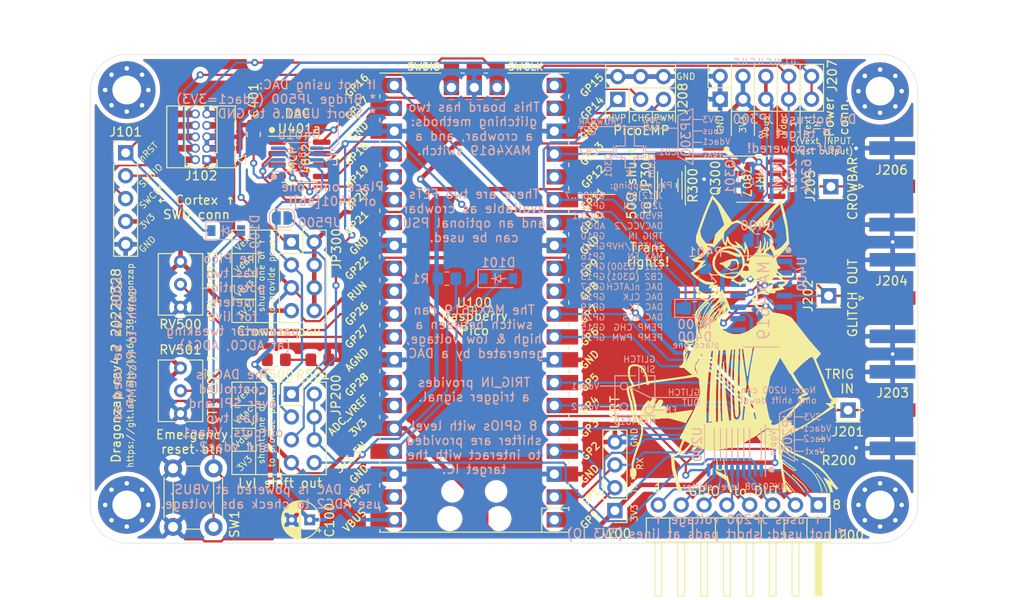
<source format=kicad_pcb>
(kicad_pcb (version 20211014) (generator pcbnew)

  (general
    (thickness 1.6)
  )

  (paper "A4")
  (title_block
    (rev "4")
  )

  (layers
    (0 "F.Cu" signal)
    (31 "B.Cu" signal)
    (32 "B.Adhes" user "B.Adhesive")
    (33 "F.Adhes" user "F.Adhesive")
    (34 "B.Paste" user)
    (35 "F.Paste" user)
    (36 "B.SilkS" user "B.Silkscreen")
    (37 "F.SilkS" user "F.Silkscreen")
    (38 "B.Mask" user)
    (39 "F.Mask" user)
    (40 "Dwgs.User" user "User.Drawings")
    (41 "Cmts.User" user "User.Comments")
    (42 "Eco1.User" user "User.Eco1")
    (43 "Eco2.User" user "User.Eco2")
    (44 "Edge.Cuts" user)
    (45 "Margin" user)
    (46 "B.CrtYd" user "B.Courtyard")
    (47 "F.CrtYd" user "F.Courtyard")
    (48 "B.Fab" user)
    (49 "F.Fab" user)
  )

  (setup
    (stackup
      (layer "F.SilkS" (type "Top Silk Screen"))
      (layer "F.Paste" (type "Top Solder Paste"))
      (layer "F.Mask" (type "Top Solder Mask") (thickness 0.01))
      (layer "F.Cu" (type "copper") (thickness 0.035))
      (layer "dielectric 1" (type "core") (thickness 1.51) (material "FR4") (epsilon_r 4.5) (loss_tangent 0.02))
      (layer "B.Cu" (type "copper") (thickness 0.035))
      (layer "B.Mask" (type "Bottom Solder Mask") (thickness 0.01))
      (layer "B.Paste" (type "Bottom Solder Paste"))
      (layer "B.SilkS" (type "Bottom Silk Screen"))
      (copper_finish "None")
      (dielectric_constraints no)
    )
    (pad_to_mask_clearance 0)
    (pcbplotparams
      (layerselection 0x00010fc_ffffffff)
      (disableapertmacros false)
      (usegerberextensions false)
      (usegerberattributes true)
      (usegerberadvancedattributes true)
      (creategerberjobfile true)
      (svguseinch false)
      (svgprecision 6)
      (excludeedgelayer true)
      (plotframeref false)
      (viasonmask false)
      (mode 1)
      (useauxorigin false)
      (hpglpennumber 1)
      (hpglpenspeed 20)
      (hpglpendiameter 15.000000)
      (dxfpolygonmode true)
      (dxfimperialunits true)
      (dxfusepcbnewfont true)
      (psnegative false)
      (psa4output false)
      (plotreference true)
      (plotvalue true)
      (plotinvisibletext false)
      (sketchpadsonfab false)
      (subtractmaskfromsilk false)
      (outputformat 1)
      (mirror false)
      (drillshape 0)
      (scaleselection 1)
      (outputdirectory "gerbers-rev4/")
    )
  )

  (net 0 "")
  (net 1 "GND")
  (net 2 "+3V3")
  (net 3 "+3.3VADC")
  (net 4 "Net-(D100-Pad1)")
  (net 5 "GPIO0")
  (net 6 "GPIO1")
  (net 7 "/controller/SWDIO")
  (net 8 "/controller/SWCLK")
  (net 9 "unconnected-(J102-Pad8)")
  (net 10 "unconnected-(J102-Pad7)")
  (net 11 "unconnected-(J102-Pad6)")
  (net 12 "Net-(J200-Pad1)")
  (net 13 "Net-(J200-Pad2)")
  (net 14 "TRIG_IN")
  (net 15 "GLITCH_OUT")
  (net 16 "Net-(J200-Pad3)")
  (net 17 "ADC0")
  (net 18 "ADC1")
  (net 19 "Net-(J200-Pad4)")
  (net 20 "Net-(J200-Pad5)")
  (net 21 "Net-(J200-Pad6)")
  (net 22 "VCC_EXT")
  (net 23 "DAC_HI")
  (net 24 "CB1_G")
  (net 25 "CB2_G")
  (net 26 "GPIO_EN")
  (net 27 "DAC_nCS")
  (net 28 "unconnected-(U100-Pad27)")
  (net 29 "MAX_EN")
  (net 30 "GPIO2")
  (net 31 "GPIO3")
  (net 32 "GPIO4")
  (net 33 "GPIO5")
  (net 34 "GPIO6")
  (net 35 "GLITCH_SIG")
  (net 36 "GPIO7")
  (net 37 "GPIO8")
  (net 38 "GPIO9")
  (net 39 "unconnected-(U100-Pad30)")
  (net 40 "DAC_nL")
  (net 41 "DAC_CLK")
  (net 42 "DAC_TX")
  (net 43 "~{EMERG_SHDN}")
  (net 44 "unconnected-(U100-Pad39)")
  (net 45 "Net-(J200-Pad7)")
  (net 46 "DAC_LO")
  (net 47 "CROWBAR")
  (net 48 "/gpio/TAR_VCCIO")
  (net 49 "Net-(J200-Pad8)")
  (net 50 "ADC2")
  (net 51 "PICOEMP_PWM")
  (net 52 "PICOEMP_CHG")
  (net 53 "VBUS")
  (net 54 "CB_VCC")
  (net 55 "Net-(D101-Pad2)")
  (net 56 "/vccout/INHIBIT")

  (footprint "Resistor_SMD:R_0805_2012Metric_Pad1.20x1.40mm_HandSolder" (layer "F.Cu") (at 135.128 87.179 90))

  (footprint "Connector_Coaxial:SMA_Amphenol_132289_EdgeMount" (layer "F.Cu") (at 159.845 87.287))

  (footprint "MountingHole:MountingHole_3.2mm_M3_Pad_Via" (layer "F.Cu") (at 158.496 122.682))

  (footprint "Connector_PinHeader_2.54mm:PinHeader_2x04_P2.54mm_Vertical" (layer "F.Cu") (at 93.091 93.472))

  (footprint "Connector_PinHeader_2.54mm:PinHeader_2x05_P2.54mm_Vertical" (layer "F.Cu") (at 140.721 77.602 90))

  (footprint "Connector_PinHeader_2.54mm:PinHeader_1x01_P2.54mm_Vertical" (layer "F.Cu") (at 152.776 99.441))

  (footprint "Resistor_SMD:R_2010_5025Metric_Pad1.40x2.65mm_HandSolder" (layer "F.Cu") (at 135.128 87.179 90))

  (footprint "Connector_PinHeader_2.54mm:PinHeader_1x08_P2.54mm_Horizontal" (layer "F.Cu") (at 151.638 122.682 -90))

  (footprint "Connector_PinHeader_2.54mm:PinHeader_2x04_P2.54mm_Vertical" (layer "F.Cu") (at 93.091 110.363))

  (footprint "Potentiometer_THT:Potentiometer_Vishay_T73XW_Horizontal" (layer "F.Cu") (at 80.772 95.631))

  (footprint "Connector_PinHeader_2.54mm:PinHeader_1x01_P2.54mm_Vertical" (layer "F.Cu") (at 153.03 87.317))

  (footprint "Resistor_SMD:R_0805_2012Metric_Pad1.20x1.40mm_HandSolder" (layer "F.Cu") (at 152.035 116.078 180))

  (footprint "MCU_RaspberryPi_and_Boards:RPi_Pico_SMD_TH" (layer "F.Cu") (at 113.411 100.203 180))

  (footprint "Connector_PinHeader_1.27mm:PinHeader_2x05_P1.27mm_Vertical" (layer "F.Cu") (at 83.694 84.326 180))

  (footprint "lethalbit-connectors:FTSH-105-01-L-DV-K-TR" (layer "F.Cu") (at 83.059 81.786 90))

  (footprint "Resistor_SMD:R_0805_2012Metric_Pad1.20x1.40mm_HandSolder" (layer "F.Cu") (at 91.424 106.553))

  (footprint "Potentiometer_THT:Potentiometer_Vishay_T73XW_Horizontal" (layer "F.Cu") (at 80.772 107.457))

  (footprint "Resistor_SMD:R_2512_6332Metric_Pad1.40x3.35mm_HandSolder" (layer "F.Cu") (at 135.15 87.179 90))

  (footprint "Capacitor_SMD:C_0805_2012Metric_Pad1.18x1.45mm_HandSolder" (layer "F.Cu") (at 88.9 81.5125 -90))

  (footprint "Capacitor_THT:CP_Radial_D4.0mm_P2.00mm" (layer "F.Cu") (at 95.123 124.333 180))

  (footprint "Resistor_SMD:R_1206_3216Metric_Pad1.30x1.75mm_HandSolder" (layer "F.Cu") (at 135.128 87.179 90))

  (footprint "MountingHole:MountingHole_3.2mm_M3_Pad_Via" (layer "F.Cu") (at 158.496 76.708))

  (footprint "Connector_PinHeader_2.54mm:PinHeader_1x01_P2.54mm_Vertical" (layer "F.Cu") (at 154.94 112.141))

  (footprint "graphics:xenia" (layer "F.Cu")
    (tedit 61C154B6) (tstamp baf18278-d51c-443e-9972-c8c9ba5d7493)
    (at 143.4789 104.902)
    (attr through_hole)
    (fp_text reference "XENIA" (at 0 0.5) (layer "F.SilkS") hide
      (effects (font (size 1 1) (thickness 0.15)))
      (tstamp 2ab096f1-5e2e-4948-88f7-ee80da352ce9)
    )
    (fp_text value "xenia" (at 0 -0.5) (layer "F.Fab")
      (effects (font (size 1 1) (thickness 0.15)))
      (tstamp fc47ad18-c916-4f04-8460-6a5fb9138c7e)
    )
    (fp_line (start -0.087449 -8.809657) (end 0.146027 -8.894909) (layer "F.SilkS") (width 0.1) (tstamp 00486478-893b-425b-a5bc-a7e44ca55943))
    (fp_line (start 2.120427 -10.202538) (end 2.241183 -10.185531) (layer "F.SilkS") (width 0.1) (tstamp 0234d303-1347-4357-9ac8-112e8e6ab5f3))
    (fp_line (start 4.330047 -6.234346) (end 4.089216 -6.498479) (layer "F.SilkS") (width 0.1) (tstamp 02d5be24-1036-4d78-b8b7-1b443d15e7c8))
    (fp_line (start 3.24756 9.045381) (end 3.4801 8.89316) (layer "F.SilkS") (width 0.1) (tstamp 0453b7e4-e0e7-4cb5-8648-bec6a813bdeb))
    (fp_line (start 0.260403 -6.891084) (end -0.332851 -6.886832) (layer "F.SilkS") (width 0.1) (tstamp 069f3316-bcd2-4604-a333-7165193738be))
    (fp_line (start -3.758068 -6.759273) (end -3.963863 -6.339774) (layer "F.SilkS") (width 0.1) (tstamp 087708f1-e1e9-4263-81e5-92e875871b86))
    (fp_line (start -9.297786 4.012324) (end -10.724534 4.222797) (layer "F.SilkS") (width 0.1) (tstamp 088a5abf-5280-4acd-9be5-182deee4161f))
    (fp_line (start 0.359176 -6.835298) (end 0.320909 -6.836064) (layer "F.SilkS") (width 0.1) (tstamp 09ddd339-86e0-4167-9e67-6513769a8304))
    (fp_line (start -11.079063 8.253324) (end -11.346087 8.129166) (layer "F.SilkS") (width 0.1) (tstamp 0a1dbe60-6997-4f4e-b4aa-4ec0085281f7))
    (fp_line (start 0.636957 -7.835127) (end 0.567013 -8.025403) (layer "F.SilkS") (width 0.1) (tstamp 0a9d52bd-4852-44a8-82f7-f0b2e974bf90))
    (fp_line (start 0.978307 -7.395325) (end 1.596288 -7.079446) (layer "F.SilkS") (width 0.1) (tstamp 0b28e9dc-79a6-45c1-9c4d-325ada2cc88d))
    (fp_line (start -0.023841 -7.012478) (end 0.260403 -6.891084) (layer "F.SilkS") (width 0.1) (tstamp 0b379b3e-c12a-4629-a430-1567b828b4a9))
    (fp_line (start -4.650002 0.989642) (end -3.764935 0.613726) (layer "F.SilkS") (width 0.1) (tstamp 0f956713-c3d9-4b4c-8b52-a74d6d57ce5b))
    (fp_line (start -0.40371 -6.811827) (end 0.321759 -6.836064) (layer "F.SilkS") (width 0.1) (tstamp 10fd1d94-746f-466c-84a0-aa85c04b7684))
    (fp_line (start 3.479802 11.455544) (end 3.948093 11.551703) (layer "F.SilkS") (width 0.1) (tstamp 1164e296-14e5-4a5e-b2f3-44f1d36e7550))
    (fp_line (start 2.98583 -11.581707) (end 2.741129 -11.748809) (layer "F.SilkS") (width 0.1) (tstamp 12ec9af5-fae0-487c-9f32-ec0f72c4cf1f))
    (fp_line (start -4.381109 -11.064391) (end -4.310739 -11.182596) (layer "F.SilkS") (width 0.1) (tstamp 13666fea-91c0-4fec-bb70-a04cdbcf337e))
    (fp_line (start -0.404795 0.395004) (end -0.462196 0.395218) (layer "F.SilkS") (width 0.1) (tstamp 1399d9fd-892e-4c6d-94d4-e65f4b8d90fb))
    (fp_line (start -1.858607 -3.896465) (end -3.018353 -2.837788) (layer "F.SilkS") (width 0.1) (tstamp 14127424-0f91-4793-8a8a-36511132b3fd))
    (fp_line (start -3.250381 11.652943) (end -2.433578 11.510927) (layer "F.SilkS") (width 0.1) (tstamp 1485f998-b07f-4385-8f35-cac19f2827b9))
    (fp_line (start -8.886174 7.308196) (end -8.901056 7.197645) (layer "F.SilkS") (width 0.1) (tstamp 156d07b6-f60e-459b-b98a-29b8c699efdc))
    (fp_line (start -12.551074 13.779714) (end -12.706696 13.860076) (layer "F.SilkS") (width 0.1) (tstamp 16a71bba-04ef-4283-a06b-f6e9ba8ea3c4))
    (fp_line (start -5.127987 3.687899) (end -5.047837 3.724891) (layer "F.SilkS") (width 0.1) (tstamp 16ec19e3-7b49-453e-80e4-246815f99f56))
    (fp_line (start 0.998035 -5.007568) (end 1.417534 -4.961009) (layer "F.SilkS") (width 0.1) (tstamp 18457aad-4f9d-4c40-a5cc-fb25084ce7be))
    (fp_line (start -5.027428 3.476363) (end -5.115231 3.542269) (layer "F.SilkS") (width 0.1) (tstamp 185cec19-d583-42a6-bbf6-9e4403a7b0ce))
    (fp_line (start -6.740291 2.002993) (end -6.697559 1.323252) (layer "F.SilkS") (width 0.1) (tstamp 19b8a416-d457-47c0-a7b0-da25cad6c5a1))
    (fp_line (start -0.007897 -7.388394) (end -0.050628 -7.071368) (layer "F.SilkS") (width 0.1) (tstamp 1c4a967a-d9ff-4163-bb2a-95ccc3501bb3))
    (fp_line (start -0.670522 -6.851881) (end -0.53786 -6.616024) (layer "F.SilkS") (width 0.1) (tstamp 1c5c7e2f-94b3-4b5e-b4ad-c0a6563fc67e))
    (fp_line (start -10.908538 4.337111) (end -10.835617 4.409819) (layer "F.SilkS") (width 0.1) (tstamp 1e0ba953-460b-4ddb-ba5b-e01c556e61f7))
    (fp_line (start 4.90149 16.307955) (end 5.210438 16.322837) (layer "F.SilkS") (width 0.1) (tstamp 1f5d8d4c-52db-4d4d-99bb-fd209dbbc195))
    (fp_line (start -1.262672 0.453299) (end -1.363656 0.468181) (layer "F.SilkS") (width 0.1) (tstamp 1f69b1f6-9fed-42d7-9e08-09f288c476bc))
    (fp_line (start 2.998458 8.928026) (end 2.798403 8.735837) (layer "F.SilkS") (width 0.1) (tstamp 1fb3f6bd-66d7-4a74-a144-ae01112ff895))
    (fp_line (start -2.982169 0.583537) (end -2.699243 0.577159) (layer "F.SilkS") (width 0.1) (tstamp 20a0f469-5ae6-4e36-8ff6-79100ece3f30))
    (fp_line (start 0.566716 -8.025531) (end 0.636661 -7.835255) (layer "F.SilkS") (width 0.1) (tstamp 21a2e357-9ad7-4e55-9783-020864723576))
    (fp_line (start -2.922258 -2.660056) (end -1.647369 -3.924825) (layer "F.SilkS") (width 0.1) (tstamp 23781219-648c-45af-8566-464b78a6f9ff))
    (fp_line (start -0.590372 -6.842654) (end -0.464088 -6.840528) (layer "F.SilkS") (width 0.1) (tstamp 23b5355a-334f-4bc1-a3a3-bcd5e8aabe03))
    (fp_line (start -0.271007 -9.616787) (end -0.136007 -9.641874) (layer "F.SilkS") (width 0.1) (tstamp 23f55bc5-218f-4c81-bcc4-297aa64fa0b2))
    (fp_line (start 7.736937 1.655947) (end 7.847488 1.605774) (layer "F.SilkS") (width 0.1) (tstamp 252382df-08a7-4b0b-8609-1072db1e998e))
    (fp_line (start -1.871555 -11.918931) (end -1.940225 -12.001419) (layer "F.SilkS") (width 0.1) (tstamp 2566906f-dee1-4d49-aa89-42683ad37200))
    (fp_line (start -2.231462 -13.327246) (end -3.235395 -12.265232) (layer "F.SilkS") (width 0.1) (tstamp 25b94296-ce9e-441c-ba5a-3999d9179a7f))
    (fp_line (start 4.695249 -11.592294) (end 4.867028 -11.229431) (layer "F.SilkS") (width 0.1) (tstamp 2609c5fc-6f5a-49bd-a40b-c12eaada5a92))
    (fp_line (start 4.588609 8.485737) (end 4.879742 8.498492) (layer "F.SilkS") (width 0.1) (tstamp 275e3c89-0d83-4a85-9571-5807c3e775e6))
    (fp_line (start 1.219052 9.973394) (end 1.334493 9.873048) (layer "F.SilkS") (width 0.1) (tstamp 276b13d7-0a57-419c-8da2-e837b16f8ff4))
    (fp_line (start 0.832973 -5.261113) (end 0.774721 -5.194995) (layer "F.SilkS") (width 0.1) (tstamp 27f73be5-5b6d-4dcd-9c2b-08178b3c0f10))
    (fp_line (start 3.878467 -6.660457) (end 3.824042 -6.69915) (layer "F.SilkS") (width 0.1) (tstamp 284e6dc9-3ac5-4cda-bd41-857fb98d4679))
    (fp_line (start -4.421864 -8.927692) (end -5.015118 -8.576139) (layer "F.SilkS") (width 0.1) (tstamp 28797dd3-5c25-40ea-9029-91b4bdf67bc8))
    (fp_line (start -6.053407 10.967866) (end -5.922871 11.018039) (layer "F.SilkS") (width 0.1) (tstamp 28d5ed17-1bf9-4c62-b49a-5fe63f5fcad7))
    (fp_line (start -3.125587 -6.648084) (end -3.692013 -6.537745) (layer "F.SilkS") (width 0.1) (tstamp 292a37f1-a8d7-4049-8d9e-d154cb6269d5))
    (fp_line (start -3.963863 -6.339774) (end -3.148187 -6.432892) (layer "F.SilkS") (width 0.1) (tstamp 29d26dd1-1c9b-4097-8348-63ab0c86a559))
    (fp_line (start -0.136007 -9.641597) (end -0.271007 -9.616511) (layer "F.SilkS") (width 0.1) (tstamp 2b1d77fe-f78d-4ff8-b505-0f28f2dbc7c6))
    (fp_line (start -2.567432 -10.399893) (end -2.567432 -10.400064) (layer "F.SilkS") (width 0.1) (tstamp 2d8c2e79-0ca6-4cac-bd97-7ed59984e6ca))
    (fp_line (start -3.612693 8.448277) (end -3.623323 8.650245) (layer "F.SilkS") (width 0.1) (tstamp 2db2a178-64e5-43fc-91c6-f6bb623ee10e))
    (fp_line (start 0.831253 0.253265) (end 1.081438 0.212021) (layer "F.SilkS") (width 0.1) (tstamp 2e9befe8-1ba6-44c4-8c0c-2f6b67d813e8))
    (fp_line (start -2.265074 13.818492) (end -2.151546 14.500359) (layer "F.SilkS") (width 0.1) (tstamp 2f15d41d-727f-4089-af4d-eed812228f8d))
    (fp_line (start -3.465554 0.613726) (end -2.982169 0.583537) (layer "F.SilkS") (width 0.1) (tstamp 2f4fca68-ad3d-42af-a65a-2dfd84c64f23))
    (fp_line (start 3.824042 -6.69915) (end 3.76579 -6.598166) (layer "F.SilkS") (width 0.1) (tstamp 2f8fab55-05ca-4686-80f5-c3c168b9b405))
    (fp_line (start 3.802463 11.057008) (end 4.193772 10.248454) (layer "F.SilkS") (width 0.1) (tstamp 2fa1b765-b805-47fc-bf33-7549704c7989))
    (fp_line (start 4.525042 15.474081) (end 4.581806 15.914436) (layer "F.SilkS") (width 0.1) (tstamp 318e2232-f227-48be-bc7e-28bc039cbe1a))
    (fp_line (start 0.320909 -6.836064) (end 0.323034 -6.596465) (layer "F.SilkS") (width 0.1) (tstamp 31dcfa14-92b3-40c0-9b7e-3e11dc0058e1))
    (fp_line (start -1.479203 -7.201053) (end -1.470699 -7.127281) (layer "F.SilkS") (width 0.1) (tstamp 321f985d-c802-49a4-b839-d957d45e8880))
    (fp_line (start -2.768188 -9.031568) (end -2.728921 -9.000571) (layer "F.SilkS") (width 0.1) (tstamp 328d1402-4958-47d2-b0f1-71018e3fb92d))
    (fp_line (start -0.523191 -6.729339) (end -0.516813 -6.620064) (layer "F.SilkS") (width 0.1) (tstamp 32e61bfc-d546-4722-ac49-cbb99c79a789))
    (fp_line (start -4.310717 -11.182319) (end -4.381087 -11.064115) (layer "F.SilkS") (width 0.1) (tstamp 3333a437-094a-4126-981c-1a90640c11d7))
    (fp_line (start -0.53786 -6.616024) (end -0.522978 -6.728701) (layer "F.SilkS") (width 0.1) (tstamp 33ea8dc4-877d-4756-9eec-56ecc269d0d6))
    (fp_line (start -2.42565 8.523069) (end -2.710361 8.529447) (layer "F.SilkS") (width 0.1) (tstamp 351d5969-2e3a-436e-a584-701985869a16))
    (fp_line (start -3.548467 -11.102808) (end -3.680278 -11.20443) (layer "F.SilkS") (width 0.1) (tstamp 36bf2b67-6c66-4f57-9dcc-180452d3e2dc))
    (fp_line (start -10.667452 4.294378) (end -10.705294 4.290126) (layer "F.SilkS") (width 0.1) (tstamp 38dc9787-3773-4a65-9eac-77f34d6df8dc))
    (fp_line (start -12.671829 14.588332) (end -12.551286 14.590458) (layer "F.SilkS") (width 0.1) (tstamp 3949f8f3-4972-460a-90a0-6906b5d7ca76))
    (fp_line (start 3.981279 10.706561) (end 3.921327 10.860227) (layer "F.SilkS") (width 0.1) (tstamp 3b861d3c-b38d-4322-b67b-d95ab0619cc6))
    (fp_line (start 9.914625 6.87845) (end 9.630849 6.725166) (layer "F.SilkS") (width 0.1) (tstamp 3bf5a303-d45e-4366-b8e2-9eef9aa4ea37))
    (fp_line (start -1.955062 14.629087) (end -1.482966 16.326622) (layer "F.SilkS") (width 0.1) (tstamp 3d234cf4-d2a0-4b1e-b0ed-33b40ca1bbce))
    (fp_line (start -2.482371 0.53921) (end -2.699349 0.578328) (layer "F.SilkS") (width 0.1) (tstamp 3d6a7394-0229-439d-98ea-24fb7b7d0870))
    (fp_line (start -5.819251 -0.058596) (end -5.782259 -0.164257) (layer "F.SilkS") (width 0.1) (tstamp 3ecd5e71-045c-45dd-959d-3e97c8e33089))
    (fp_line (start -3.785279 -2.270788) (end -4.94377 -1.700982) (layer "F.SilkS") (width 0.1) (tstamp 3f60471a-e684-4c40-916a-dc05757982ce))
    (fp_line (start 3.76579 -6.598166) (end 3.956065 -6.349596) (layer "F.SilkS") (width 0.1) (tstamp 3f775266-cc7f-49e6-b89d-e69ba5f3895e))
    (fp_line (start 3.761942 -7.448985) (end 4.562098 -6.916851) (layer "F.SilkS") (width 0.1) (tstamp 401fc27b-55c2-4d17-b7a9-17271cdee251))
    (fp_line (start -3.619092 -4.014223) (end -4.053048 -3.440186) (layer "F.SilkS") (width 0.1) (tstamp 41e173df-b769-4562-86b0-af2aff66057d))
    (fp_line (start 0.321759 -6.836064) (end 0.360027 -6.835298) (layer "F.SilkS") (width 0.1) (tstamp 43797be8-9d42-485f-bc6b-0544d45927b2))
    (fp_line (start 10.256122 6.014427) (end 10.165768 5.934065) (layer "F.SilkS") (width 0.1) (tstamp 4459b91b-d937-4427-a170-e7027c4df452))
    (fp_line (start -1.482966 16.326622) (end -1.613502 16.326622) (layer "F.SilkS") (width 0.1) (tstamp 46605a33-9342-4627-adea-08a0c3dd1775))
    (fp_line (start -2.364145 -5.272232) (end -2.325452 -5.192508) (layer "F.SilkS") (width 0.1) (tstamp 47476406-4d27-4820-aefe-eb91485cd792))
    (fp_line (start -1.200487 -7.170056) (end -1.200487 -7.170056) (layer "F.SilkS") (width 0.1) (tstamp 47bd3e42-5e60-4145-b4ff-ba2ead23635e))
    (fp_line (start -10.724534 4.222797) (end -10.772326 4.101105) (layer "F.SilkS") (width 0.1) (tstamp 487c4890-ae05-4d1e-8757-f717bdd9f770))
    (fp_line (start -1.29977 -7.131533) (end -0.950173 -6.910133) (layer "F.SilkS") (width 0.1) (tstamp 48f5ac3f-19ad-4208-9449-373c6d6bed43))
    (fp_line (start -0.419655 -9.922015) (end -0.584419 -9.95518) (layer "F.SilkS") (width 0.1) (tstamp 499f0043-d011-4c69-b76f-552cc2e709c0))
    (fp_line (start -10.859577 4.243461) (end -10.870207 4.151406) (layer "F.SilkS") (width 0.1) (tstamp 4b724a58-7782-4fb0-85bb-73cee8bfacec))
    (fp_line (start -3.623323 8.650245) (end -4.324302 8.722316) (layer "F.SilkS") (width 0.1) (tstamp 4c7ee18f-1e28-4990-b358-0d20ba5f3a19))
    (fp_line (start 2.278047 -6.178114) (end 2.254661 -6.053744) (layer "F.SilkS") (width 0.1) (tstamp 4cd7b6b4-85c9-4884-8f10-e79b6ed8c90b))
    (fp_line (start -10.857408 4.242058) (end -10.859577 4.243461) (layer "F.SilkS") (width 0.1) (tstamp 4cf1650d-f012-4b15-ad31-a94564f120f8))
    (fp_line (start 0.636661 -7.835255) (end 0.978307 -7.395325) (layer "F.SilkS") (width 0.1) (tstamp 4d1172a0-a1e6-4e5d-b676-3dfbdc70f814))
    (fp_line (start 4.368889 -7.671512) (end 4.228999 -7.648126) (layer "F.SilkS") (width 0.1) (tstamp 4ea04a5a-7a78-43fb-87d5-86eb2afcea5f))
    (fp_line (start 10.027621 6.192797) (end 10.256122 6.014427) (layer "F.SilkS") (width 0.1) (tstamp 51b18456-8852-4cce-ad37-628dd1c4103a))
    (fp_line (start 0.975627 -7.108827) (end 0.990509 -7.046749) (layer "F.SilkS") (width 0.1) (tstamp 52064152-4b25-4796-8ab1-2e49f3df562c))
    (fp_line (start 5.077543 8.647949) (end 4.922346 8.701524) (layer "F.SilkS") (width 0.1) (tstamp 53bc95a0-a6b5-4bd3-8806-205d384c6e1c))
    (fp_line (start -2.943709 -5.906668) (end -2.916242 -5.843484) (layer "F.SilkS") (width 0.1) (tstamp 54c05bf1-249d-4ed0-aee6-f8cef4715275))
    (fp_line (start 4.587334 8.28802) (end 4.484224 8.388366) (layer "F.SilkS") (width 0.1) (tstamp 54d05816-bdfa-450b-939f-fffbc2d3c01c))
    (fp_line (start -3.764935 0.613726) (end -3.465554 0.613726) (layer "F.SilkS") (width 0.1) (tstamp 56614d25-92fe-4928-ba13-f50ff5bf48ed))
    (fp_line (start 5.210438 16.322837) (end 4.525042 15.474081) (layer "F.SilkS") (width 0.1) (tstamp 57d20178-cd72-4cdf-a6b0-742aea76d37b))
    (fp_line (start -0.446932 -6.922464) (end -0.749927 -6.933093) (layer "F.SilkS") (width 0.1) (tstamp 58166378-73e4-4c77-abf1-b61da426c963))
    (fp_line (start -7.002722 16.306531) (end -7.404278 16.31157) (layer "F.SilkS") (width 0.1) (tstamp 5964804a-9ffe-4905-9f1b-c960fc5465a3))
    (fp_line (start -8.901056 7.197645) (end -8.941025 7.197645) (layer "F.SilkS") (width 0.1) (tstamp 59f58cc4-3f08-4913-804c-7831fc56d6da))
    (fp_line (start 1.092131 -7.182599) (end 0.975627 -7.108827) (layer "F.SilkS") (width 0.1) (tstamp 5ac91684-976e-43dc-b66d-88fa3cf7602b))
    (fp_line (start 7.847488 1.605774) (end 8.38802 0.97155) (layer "F.SilkS") (width 0.1) (tstamp 5c52001a-44b6-4827-8867-9a065693af27))
    (fp_line (start 5.416744 9.020209) (end 5.234122 9.134162) (layer "F.SilkS") (width 0.1) (tstamp 5c5e0318-a0e1-4f94-8225-4bad5445ea6d))
    (fp_line (start 9.500845 16.316587) (end 9.731897 16.316587) (layer "F.SilkS") (width 0.1) (tstamp 5cdfe313-8605-4373-9a45-7b9f1b58e8c5))
    (fp_line (start -12.612153 4.669636) (end -12.765862 4.730652) (layer "F.SilkS") (width 0.1) (tstamp 5d6e084a-605f-4d05-bcd6-23a747bd3e0e))
    (fp_line (start -5.125052 3.690641) (end -5.114422 3.531405) (layer "F.SilkS") (width 0.1) (tstamp 5e0252fd-2729-4e36-b2cc-c7766dba6189))
    (fp_line (start -12.765862 4.730652) (end -12.281945 6.716322) (layer "F.SilkS") (width 0.1) (tstamp 5e807c14-eb72-4699-ac5c-0e22b3b90689))
    (fp_line (start -3.415423 -5.326615) (end -3.508541 -5.332993) (layer "F.SilkS") (width 0.1) (tstamp 5ef3d067-71f0-41ac-ba39-98068649edc9))
    (fp_line (start -3.680278 -11.20443) (end -4.310717 -11.182319) (layer "F.SilkS") (width 0.1) (tstamp 600a3b4b-ae4b-4461-b5a0-b102a630e6e4))
    (fp_line (start -0.516813 -6.620064) (end -0.40371 -6.811827) (layer "F.SilkS") (width 0.1) (tstamp 606c3e55-7d61-412d-adac-41bf5f1f1a73))
    (fp_line (start -3.763999 0.614406) (end -4.65096 0.989557) (layer "F.SilkS") (width 0.1) (tstamp 61bd4437-060d-40c1-add9-cb29405c70c7))
    (fp_line (start -12.324316 14.531951) (end -12.328568 14.687573) (layer "F.SilkS") (width 0.1) (tstamp 61d9b81b-8499-4933-91ed-7a8972810007))
    (fp_line (start -6.730724 2.520138) (end -6.790889 2.401721) (layer "F.SilkS") (width 0.1) (tstamp 62b6ceae-4979-4c7f-9abb-9d942b9ab846))
    (fp_line (start -0.023819 -7.012265) (end -0.050733 -7.071495) (layer "F.SilkS") (width 0.1) (tstamp 633ad3b8-63c2-4a66-ba43-ec1b2327d590))
    (fp_line (start 2.575111 -5.582519) (end 2.566607 -5.800008) (layer "F.SilkS") (width 0.1) (tstamp 6349601a-3c16-49a3-9c53-44ba3301fa17))
    (fp_line (start -12.123177 8.513863) (end -11.715753 8.379501) (layer "F.SilkS") (width 0.1) (tstamp 634c972d-457b-4606-97bd-158cc6774626))
    (fp_line (start -1.200487 -7.170056) (end -1.189857 -7.253607) (layer "F.SilkS") (width 0.1) (tstamp 644c1aa7-bb47-43ff-9985-f1193c633b37))
    (fp_line (start -0.097144 8.381542) (end -0.383216 8.400676) (layer "F.SilkS") (width 0.1) (tstamp 64d7714a-7974-44e3-aea4-f93dec72bbab))
    (fp_line (start -2.982275 0.584047) (end -3.46566 0.614236) (layer "F.SilkS") (width 0.1) (tstamp 65672bfe-b9ee-41a0-973c-1f20f79e074b))
    (fp_line (start -0.522978 -6.728701) (end -0.590372 -6.842654) (layer "F.SilkS") (width 0.1) (tstamp 66ae6362-5d73-429e-895c-b93ac4034e8b))
    (fp_line (start -2.922257 -2.659503) (end -3.018352 -2.837236) (layer "F.SilkS") (width 0.1) (tstamp 67696688-aeb4-4c05-bfdd-17ff57e0fa8a))
    (fp_line (start 4.463814 8.29865) (end 4.587334 8.28802) (layer "F.SilkS") (width 0.1) (tstamp 6adb7440-4967-4c53-ab45-3e8efe9276db))
    (fp_line (start -0.552019 -7.920528) (end -0.353877 -8.180791) (layer "F.SilkS") (width 0.1) (tstamp 6b210527-4628-4b35-bcc0-57c051da3023))
    (fp_line (start 1.550897 -10.19699) (end 1.669101 -10.238234) (layer "F.SilkS") (width 0.1) (tstamp 6f6d94a2-ff06-468f-93cb-7d1121493be0))
    (fp_line (start 5.099335 3.181341) (end 5.269838 3.103317) (layer "F.SilkS") (width 0.1) (tstamp 6faf2824-be38-492e-a01b-4c105834407a))
    (fp_line (start -4.244621 -5.197036) (end -4.324345 -5.268894) (layer "F.SilkS") (width 0.1) (tstamp 6fe73f15-5d69-4a4e-893e-03eb09e9b7d7))
    (fp_line (start 1.655283 -10.326037) (end 1.550897 -10.19699) (layer "F.SilkS") (width 0.1) (tstamp 71407632-595c-426e-b6ae-4fb2a403e147))
    (fp_line (start 1.551599 -10.196373) (end 1.654071 -10.325909) (layer "F.SilkS") (width 0.1) (tstamp 71e17ce2-3f5c-4367-9839-08c5c57f36de))
    (fp_line (start -10.85964 4.243567) (end -10.851137 4.309473) (layer "F.SilkS") (width 0.1) (tstamp 7222796c-3f24-42f8-95ec-33d97cdbe82f))
    (fp_line (start -10.870207 4.151406) (end -12.356801 4.505467) (layer "F.SilkS") (width 0.1) (tstamp 7332bdd2-7696-49e9-b942-e09fe05346ae))
    (fp_line (start -12.555538 14.874192) (end -12.244166 14.849105) (layer "F.SilkS") (width 0.1) (tstamp 73bf2484-d5f9-4ce1-ab83-d710b7907529))
    (fp_line (start -0.050628 -7.071368) (end -0.023841 -7.012478) (layer "F.SilkS") (width 0.1) (tstamp 75ebcaaf-8f91-4bce-95da-35daf284b36b))
    (fp_line (start -2.023604 -4.398792) (end -2.056557 -4.497672) (layer "F.SilkS") (width 0.1) (tstamp 76bcc96a-79c2-4aa1-a653-745cf373720e))
    (fp_line (start 0.360027 -6.835298) (end 0.467176 -6.79129) (layer "F.SilkS") (width 0.1) (tstamp 7879fd6d-8523-40e9-ac87-65ed2628002c))
    (fp_line (start 3.26967 -5.791504) (end 3.374481 -5.900354) (layer "F.SilkS") (width 0.1) (tstamp 78c24dc1-6743-421c-b77c-2fe33b473e4c))
    (fp_line (start -1.470699 -7.127281) (end -1.29977 -7.131533) (layer "F.SilkS") (width 0.1) (tstamp 7923463f-888c-4fc0-b98f-03078496b1b6))
    (fp_line (start 1.596288 -7.079446) (end 2.337853 -6.991643) (layer "F.SilkS") (width 0.1) (tstamp 7a78aae9-59d5-44fd-a5a4-d12a5851aac3))
    (fp_line (start -6.744393 10.596839) (end -5.920744 11.018719) (layer "F.SilkS") (width 0.1) (tstamp 7af554a0-1aea-4bf6-b62d-f529a38d9de6))
    (fp_line (start 3.74706 -7.542316) (end 3.761942 -7.448985) (layer "F.SilkS") (width 0.1) (tstamp 7d46158a-6f68-4d38-be89-e25c900413e7))
    (fp_line (start 3.948093 11.551703) (end 3.802463 11.057008) (layer "F.SilkS") (width 0.1) (tstamp 7f1cd457-f3e0-4118-9041-74f0c4e433d8))
    (fp_line (start 3.952132 10.372397) (end 3.479802 11.455544) (layer "F.SilkS") (width 0.1) (tstamp 7f25c6dd-2bd2-4dba-b030-ccbee8cc0425))
    (fp_line (start 4.867007 -11.229325) (end 4.695227 -11.592231) (layer "F.SilkS") (width 0.1) (tstamp 801e609c-68c5-4efc-a779-888769f67fd8))
    (fp_line (start 9.552655 6.270651) (end 9.957527 6.281281) (layer "F.SilkS") (width 0.1) (tstamp 816dc656-ef63-4b7e-ba23-93c421a09dd9))
    (fp_line (start -10.835617 4.409819) (end -10.692538 4.354544) (layer "F.SilkS") (width 0.1) (tstamp 81a6647b-fb92-470f-859a-839cff2bfa41))
    (fp_line (start -2.265074 13.81847) (end -2.435578 11.510119) (layer "F.SilkS") (width 0.1) (tstamp 823a9a53-cb4b-4f57-9558-1ba1cf975f33))
    (fp_line (start 5.09942 3.182085) (end 5.099335 3.181341) (layer "F.SilkS") (width 0.1) (tstamp 832a8494-eaf2-41bb-a79b-9bd3869ba972))
    (fp_line (start -2.839558 -5.555073) (end -2.839345 -5.555094) (layer "F.SilkS") (width 0.1) (tstamp 84ce0be5-0412-4bdd-83e3-854a7a710ced))
    (fp_line (start -2.790809 -5.240427) (end -2.57719 -5.718179) (layer "F.SilkS") (width 0.1) (tstamp 84d2254b-f203-44d6-b45c-79b312eb19ef))
    (fp_line (start -3.983039 8.479741) (end -3.612693 8.448277) (layer "F.SilkS") (width 0.1) (tstamp 881ba6c1-962a-43e8-acdf-1c75a4cb2656))
    (fp_line (start 2.911548 -11.493032) (end 3.13129 -11.295316) (layer "F.SilkS") (width 0.1) (tstamp 8b34cb3e-4808-4723-abeb-99f377bbe23f))
    (fp_line (start -0.578892 -9.823156) (end -0.419655 -9.922015) (layer "F.SilkS") (width 0.1) (tstamp 8b609dc3-d402-489e-93c7-a8286dd10662))
    (fp_line (start -3.013421 -6.014668) (end -3.06859 -6.173224) (layer "F.SilkS") (width 0.1) (tstamp 902a411f-6335-4f06-8cf1-f0ed80a2cb8a))
    (fp_line (start -0.332851 -6.886832) (end -0.023819 -7.012265) (layer "F.SilkS") (width 0.1) (tstamp 910b5ca3-160a-4289-ac0e-edddfbb8cc23))
    (fp_line (start 4.879742 8.498492) (end 4.786411 8.608406) (layer "F.SilkS") (width 0.1) (tstamp 92425964-3db1-4a0a-86ee-ecbd90311ff8))
    (fp_line (start -2.68655 -9.085993) (end -2.768188 -9.031568) (layer "F.SilkS") (width 0.1) (tstamp 92f206ba-0b74-4aff-a139-97255e30fd4b))
    (fp_line (start -2.699243 0.577159) (end -2.482265 0.538041) (layer "F.SilkS") (width 0.1) (tstamp 9374eae1-1721-491f-8000-bfbbb5c8d606))
    (fp_line (start 5.423717 9.377374) (end 5.570623 9.455611) (layer "F.SilkS") (width 0.1) (tstamp 946a8f93-f8a6-49ed-be65-22cf14da1914))
    (fp_line (start -10.705294 4.290126) (end -10.773113 4.101764) (layer "F.SilkS") (width 0.1) (tstamp 96b8b711-f40d-4aae-a044-c048034ee1fe))
    (fp_line (start 3.55787 -8.163018) (end 3.585933 -8.535108) (layer "F.SilkS") (width 0.1) (tstamp 97eaa1e2-9166-4553-a1d6-ea99a7ba73fb))
    (fp_line (start -2.093805 0.514655) (end -1.899489 4.624204) (layer "F.SilkS") (width 0.1) (tstamp 9a3dec6c-1ff7-4f04-98b4-bff75dbe2572))
    (fp_line (start -7.212683 10.307067) (end -6.744393 10.596839) (layer "F.SilkS") (width 0.1) (tstamp 9aa35107-bd21-4263-aaeb-f87889d0726a))
    (fp_line (start -8.961434 7.519094) (end -8.918702 7.383456) (layer "F.SilkS") (width 0.1) (tstamp 9c77e549-bc3d-407e-a17f-1f44a0465725))
    (fp_line (start 9.062594 6.501448) (end 9.545575 6.870816) (layer "F.SilkS") (width 0.1) (tstamp 9d0a9958-db67-4fa2-a63a-2635acbcaff5))
    (fp_line (start 1.219116 9.972799) (end 1.219052 9.973394) (layer "F.SilkS") (width 0.1) (tstamp 9d53a803-c2dd-44df-9adf-3a36ecbb9623))
    (fp_line (start -10.851137 4.309473) (end -10.908538 4.337111) (layer "F.SilkS") (width 0.1) (tstamp 9d93c53b-c8ce-4a41-8871-5169db872dd3))
    (fp_line (start -0.464088 -6.840528) (end -0.523191 -6.729339) (layer "F.SilkS") (width 0.1) (tstamp 9f3effa9-36c1-499e-8002-787a37d4e90a))
    (fp_line (start -12.443584 14.541092) (end -12.110825 14.518557) (layer "F.SilkS") (width 0.1) (tstamp 9f755b79-98ed-4b7f-b7d5-fc8b011a6083))
    (fp_line (start -0.462154 0.396301) (end -0.404752 0.396089) (layer "F.SilkS") (width 0.1) (tstamp a03f12ee-4c0a-46b5-9d34-c9c5f676bfdc))
    (fp_line (start -0.753754 -8.930796) (end -0.760132 -9.099812) (layer "F.SilkS") (width 0.1) (tstamp a2514bdf-7683-4b2c-bb81-487c8fa57d73))
    (fp_line (start 2.798403 8.735837) (end 2.94212 8.502787) (layer "F.SilkS") (width 0.1) (tstamp a25f08da-163d-4d49-ab74-017e99d1903e))
    (fp_line (start 3.301453 -9.46597) (end 3.588121 -8.53481) (layer "F.SilkS") (width 0.1) (tstamp a261e796-25d7-477c-be76-97f041d1e6b6))
    (fp_line (start -12.208875 14.527699) (end -12.324316 14.531951) (layer "F.SilkS") (width 0.1) (tstamp a273aabd-9b0c-4eb2-9ce1-0a72077650f3))
    (fp_line (start 10.153777 16.03534) (end 10.286013 15.948388) (layer "F.SilkS") (width 0.1) (tstamp a2a59f0e-cde4-498b-8904-d92a12bff2f0))
    (fp_line (start -1.612056 0.483573) (end -1.363486 0.468691) (layer "F.SilkS") (width 0.1) (tstamp a2fc975e-e27d-4dbe-8a0b-341931ded9a6))
    (fp_line (start 5.58019 9.318272) (end 5.423717 9.377374) (layer "F.SilkS") (width 0.1) (tstamp a323f70c-afa2-4c2a-b732-5b77a8cbc996))
    (fp_line (start -1.472081 8.437583) (end -1.785579 8.469473) (layer "F.SilkS") (width 0.1) (tstamp a4c343d5-a6fd-4619-9a83-930a86997c7d))
    (fp_line (start -8.918702 7.383456) (end -8.770521 7.262913) (layer "F.SilkS") (width 0.1) (tstamp a71b8db9-7af6-4a4f-a0c5-fd086e8c47a8))
    (fp_line (start 0.017488 -7.081572) (end 0.065961 -7.361267) (layer "F.SilkS") (width 0.1) (tstamp a77dd63f-3f22-4865-9e78-693ed1d0221c))
    (fp_line (start -0.714593 0.406931) (end -0.462154 0.396301) (layer "F.SilkS") (width 0.1) (tstamp a858f438-2835-4c8f-8f9f-d091eac5a697))
    (fp_line (start 0.365554 -6.704763) (end 0.359176 -6.835298) (layer "F.SilkS") (width 0.1) (tstamp a8bb4afa-35b0-41db-8d99-8ea42d121830))
    (fp_line (start -4.017458 -4.642983) (end -4.118655 -4.734613) (layer "F.SilkS") (width 0.1) (tstamp a9a751bd-7c65-4095-9e42-f665535dba2e))
    (fp_line (start 2.337853 -6.991643) (end 2.882955 -7.225459) (layer "F.SilkS") (width 0.1) (tstamp a9d6e118-1126-476c-be4f-98f751cb96f6))
    (fp_line (start -12.091032 8.313426) (end -12.251756 8.313426) (layer "F.SilkS") (width 0.1) (tstamp ab2163be-385c-49c1-84b2-d21172b217d2))
    (fp_line (start -3.195575 14.016357) (end -1.955062 14.629087) (layer "F.SilkS") (width 0.1) (tstamp abc144f2-0768-45ca-8040-fb36089127a7))
    (fp_line (start -10.87027 4.151512) (end -10.85964 4.243567) (layer "F.SilkS") (width 0.1) (tstamp ac2b5221-dae8-473a-b258-1240f226ee32))
    (fp_line (start -6.083766 0.076404) (end -5.819251 -0.058596) (layer "F.SilkS") (width 0.1) (tstamp ae1a820b-f252-45fc-a06e-4a7cb7959ffc))
    (fp_line (start -0.404752 0.396089) (end -0.142746 0.3659) (layer "F.SilkS") (width 0.1) (tstamp aefe398d-e17c-4e19-992b-b360a5a5a779))
    (fp_line (start 5.004133 3.149642) (end 5.10129 3.181957) (layer "F.SilkS") (width 0.1) (tstamp afaa94e1-65c3-4b6f-9c68-5ac59bc472d1))
    (fp_line (start 10.384191 6.087349) (end 10.027621 6.192797) (layer "F.SilkS") (width 0.1) (tstamp afd35155-2680-4da0-a254-feec9f925517))
    (fp_line (start 2.241183 -10.185531) (end 2.422529 -10.528877) (layer "F.SilkS") (width 0.1) (tstamp b12cdff5-1a28-488f-bb8d-4bd1944d9750))
    (fp_line (start 10.286013 15.948388) (end 8.789979 14.029963) (layer "F.SilkS") (width 0.1) (tstamp b19cabe8-0c6d-451e-bfeb-2fcea82d2608))
    (fp_line (start -3.195469 14.016336) (end -3.195575 14.016357) (layer "F.SilkS") (width 0.1) (tstamp b29c3d1a-bb57-4e68-88ff-a0471bee36d3))
    (fp_line (start -4.555758 -1.880139) (end -4.770185 -1.786787) (layer "F.SilkS") (width 0.1) (tstamp b3396681-51a0-4ddb-b63f-251412419335))
    (fp_line (start -0.950855 -13.622907) (end -0.731411 -13.622907) (layer "F.SilkS") (width 0.1) (tstamp b3d452e4-0558-44e2-b1c9-373e568f7de0))
    (fp_line (start -1.389912 -7.251651) (end -1.479203 -7.201053) (layer "F.SilkS") (width 0.1) (tstamp b4248c5b-0aa5-47e6-8c9f-dcd81c5483ee))
    (fp_line (start -3.692013 -6.537745) (end -3.495785 -6.948273) (layer "F.SilkS") (width 0.1) (tstamp b498dffb-cfee-4cb0-974c-848e3f710666))
    (fp_line (start -2.548723 -6.087781) (end -2.738786 -5.688011) (layer "F.SilkS") (width 0.1) (tstamp b71d1072-ae2d-49ad-8cc4-6755a10b9d34))
    (fp_line (start -2.482265 0.538041) (end -2.093805 0.514655) (layer "F.SilkS") (width 0.1) (tstamp b7256dee-230d-4653-bad5-866a3ef6aa44))
    (fp_line (start 4.267905 -7.539488) (end 4.368889 -7.671512) (layer "F.SilkS") (width 0.1) (tstamp b87dacec-d770-4fac-bfe1-efb923046bde))
    (fp_line (start -1.189857 -7.253607) (end -1.389912 -7.251651) (layer "F.SilkS") (width 0.1) (tstamp ba403a2a-5472-4226-a5d1-0a23e7d66edd))
    (fp_line (start -8.770521 7.262913) (end -8.810915 7.21274) (layer "F.SilkS") (width 0.1) (tstamp bbce8f98-4aca-469a-9837-32a9818170a6))
    (fp_line (start 5.10129 3.181957) (end 5.271794 3.103934) (layer "F.SilkS") (width 0.1) (tstamp bcaa163f-1a67-400f-b78e-c162f92c8e47))
    (fp_line (start -5.115231 3.542269) (end -5.127987 3.687899) (layer "F.SilkS") (width 0.1) (tstamp bd3ba98d-d2d7-4d86-9b2d-33dad2eac79f))
    (fp_line (start -13.04073 4.7092) (end -13.11599 4.844838) (layer "F.SilkS") (width 0.1) (tstamp bfe0cc57-3c62-4d4e-b119-5e8302e94e4d))
    (fp_line (start 2.94212 8.502787) (end 2.707113 8.306559) (layer "F.SilkS") (width 0.1) (tstamp c09fd7f1-a334-4ec4-a220-e985605306ee))
    (fp_line (start -6.790889 2.401721) (end -6.940346 2.395343) (layer "F.SilkS") (width 0.1) (tstamp c32eaa5b-78c2-4826-b43f-df6d970efaf8))
    (fp_line (start -5.65404 3.373126) (end -5.490765 3.472622) (layer "F.SilkS") (width 0.1) (tstamp c340e49e-f635-4f5a-8d46-5b209fa63b31))
    (fp_line (start 3.557401 -8.162274) (end 3.530613 -8.09403) (layer "F.SilkS") (width 0.1) (tstamp c4d70ee4-e581-49d7-a356-429f4c894ae1))
    (fp_line (start -5.490765 3.472622) (end -7.838808 3.820986) (layer "F.SilkS") (width 0.1) (tstamp c4e22290-d247-4c4b-b64f-48ce69f7dada))
    (fp_line (start 0.426188 -8.688901) (end 0.566716 -8.025531) (layer "F.SilkS") (width 0.1) (tstamp c4f4a549-e6f5-496a-9563-4a841ee07124))
    (fp_line (start -6.682039 1.944741) (end -6.740291 2.002993) (layer "F.SilkS") (width 0.1) (tstamp c56f63ab-855c-40f2-a369-d65080c720e0))
    (fp_line (start -5.020625 -8.48823) (end -4.421864 -8.927692) (layer "F.SilkS") (width 0.1) (tstamp c5c5c032-e127-4fa8-a41a-e56835647d83))
    (fp_line (start -10.692538 4.354544) (end -10.667452 4.294378) (layer "F.SilkS") (width 0.1) (tstamp c63d6947-c16a-4323-b8e9-fceaef7fae24))
    (fp_line (start -1.975132 15.030877) (end -3.120209 14.292586) (layer "F.SilkS") (width 0.1) (tstamp c779cb0c-e4dc-4efc-a060-908bf2219140))
    (fp_line (start 0.467176 -6.79129) (end 0.365554 -6.704763) (layer "F.SilkS") (width 0.1) (tstamp c8d97f64-7ec8-4828-ba9c-6b5dbff61d09))
    (fp_line (start 1.242735 10.054437) (end 1.22105 9.974287) (layer "F.SilkS") (width 0.1) (tstamp c90a00d0-330b-4c41-b70b-f2fa9a4872f9))
    (fp_line (start -0.529952 -10.830745) (end -0.519322 -10.91047) (layer "F.SilkS") (width 0.1) (tstamp c98b6b93-a8bf-4e8e-9209-5193020a22ea))
    (fp_line (start 0.52883 -6.767394) (end 0.711452 -6.798434) (layer "F.SilkS") (width 0.1) (tstamp c9afd472-cccf-4bbe-8af9-24511c6156cc))
    (fp_line (start -1.363486 0.468691) (end -1.262502 0.453809) (layer "F.SilkS") (width 0.1) (tstamp ca2e7f26-faa9-4dde-abaf-6ceac0b54c42))
    (fp_line (start 7.845447 1.604775) (end 7.734896 1.654948) (layer "F.SilkS") (width 0.1) (tstamp cb2c9fda-e077-4170-8f98-a0a66ff895c7))
    (fp_line (start 0.503041 -13.110056) (end -0.809837 -13.824748) (layer "F.SilkS") (width 0.1) (tstamp cb3bfe3f-4ce5-447c-b68a-f0b9a64fb392))
    (fp_line (start -2.951363 8.57658) (end -3.253891 8.612296) (layer "F.SilkS") (width 0.1) (tstamp cbf1796f-59d0-4555-8c14-9d192dd57bfb))
    (fp_line (start 1.355455 -5.598039) (end 1.813796 -5.730063) (layer "F.SilkS") (width 0.1) (tstamp cf34bccf-cdde-4b03-a71d-39e082be13a7))
    (fp_line (start -8.941025 7.197645) (end -9.07156 7.624543) (layer "F.SilkS") (width 0.1) (tstamp cf89459e-fd92-4e68-9587-f252ddcdb6a3))
    (fp_line (start -0.699988 -7.763205) (end -0.552019 -7.920528) (layer "F.SilkS") (width 0.1) (tstamp cfa9ca81-e166-49c3-8ece-ea2d2f4b969d))
    (fp_line (start 4.58187 15.913755) (end 4.90149 16.307955) (layer "F.SilkS") (width 0.1) (tstamp d246b720-0b90-496e-9a97-54995820586e))
    (fp_line (start -2.951363 8.57658) (end -2.951363 8.57658) (layer "F.SilkS") (width 0.1) (tstamp d3f18f6f-df87-411a-a9b0-ea9d01654407))
    (fp_line (start 2.196154 -10.312303) (end 2.152146 -10.847902) (layer "F.SilkS") (width 0.1) (tstamp d432040b-8383-421c-8988-1e75af44816f))
    (fp_line (start 4.773995 8.430886) (end 4.588609 8.485737) (layer "F.SilkS") (width 0.1) (tstamp d4ec1f91-d46c-477e-8058-9652008afc58))
    (fp_line (start -2.839345 -5.555094) (end -2.87251 -5.653953) (layer "F.SilkS") (width 0.1) (tstamp d698486e-a46f-41e1-840d-4d67884bd3e3))
    (fp_line (start 0.823747 -9.734949) (end 1.307154 -10.144201) (layer "F.SilkS") (width 0.1) (tstamp d8c674a4-0e15-4f14-8afc-3fe5709d5bde))
    (fp_line (start -2.954021 13.8895) (end -2.265074 13.818492) (layer "F.SilkS") (width 0.1) (tstamp d8d04551-5dca-4c10-a227-c69f8709819d))
    (fp_line (start -2.058896 -8.588768) (end -1.816151 -8.800516) (layer "F.SilkS") (width 0.1) (tstamp d9974485-27a7-4a5b-8212-d6d6a76806c7))
    (fp_line (start -12.281945 6.716322) (end -12.091032 8.313426) (layer "F.SilkS") (width 0.1) (tstamp da98a90c-a8ad-4955-ac32-20748eb25336))
    (fp_line (start 3.531508 -8.094774) (end 3.55787 -8.163018) (layer "F.SilkS") (width 0.1) (tstamp ddce5d33-f931-4b78-8608-df870869e452))
    (fp_line (start 7.162964 1.383481) (end 7.487049 1.25167) (layer "F.SilkS") (width 0.1) (tstamp dff82fbe-ee79-44c3-8e77-55b4b643c5a8))
    (fp_line (start 0.146027 -8.894909) (end 0.426188 -8.688901) (layer "F.SilkS") (width 0.1) (tstamp e00859b8-20fb-47f3-80aa-68a67bfcd82a))
    (fp_line (start -0.353877 -8.180791) (end -0.087449 -8.809657) (layer "F.SilkS") (width 0.1) (tstamp e38b6853-bdca-4f8b-864b-9f909d27b0df))
    (fp_line (start -1.613502 16.326622) (end -1.975132 15.030877) (layer "F.SilkS") (width 0.1) (tstamp e3eefb2c-367e-42ae-ab55-468b9c80597b))
    (fp_line (start 2.371165 -5.944893) (end 2.433244 -5.750579) (layer "F.SilkS") (width 0.1) (tstamp e7593b06-b8bc-4cd9-8175-3318f0857ad6))
    (fp_line (start -12.503345 4.528492) (end -13.04073 4.7092) (layer "F.SilkS") (width 0.1) (tstamp e77cdda7-426f-4d81-947d-3531bcb14e2b))
    (fp_line (start -11.346087 8.129166) (end -11.962622 8.269056) (layer "F.SilkS") (width 0.1) (tstamp e830d834-92c8-4727-8cea-5594534f3119))
    (fp_line (start -8.810915 7.21274) (end -8.886174 7.308196) (layer "F.SilkS") (width 0.1) (tstamp e8427703-debe-4022-822d-163d4fc97756))
    (fp_line (start 4.58187 15.913862) (end 4.53935 16.318734) (layer "F.SilkS") (width 0.1) (tstamp e8534302-6424-42b3-84cb-491a71f2e92e))
    (fp_line (start 2.164541 -3.875056) (end 2.231509 -3.690096) (layer "F.SilkS") (width 0.1) (tstamp ea8d659e-f49d-4a76-bf10-365380e1fbec))
    (fp_line (start -2.468552 -5.478197) (end -2.427308 -5.415056) (layer "F.SilkS") (width 0.1) (tstamp eaaba885-6847-4e05-ae29-573eb27406eb))
    (fp_line (start -12.454214 14.691825) (end -12.443584 14.541092) (layer "F.SilkS") (width 0.1) (tstamp eace50b7-0587-4789-af94-ba736cdea20d))
    (fp_line (start 2.254661 -6.053744) (end 2.371165 -5.944893) (layer "F.SilkS") (width 0.1) (tstamp ec38479c-c3e7-4f46-ac16-d6a927108686))
    (fp_line (start 4.141983 11.615802) (end 4.027392 12.553106) (layer "F.SilkS") (width 0.1) (tstamp edbcd08d-c6e3-444a-9304-f015eb027482))
    (fp_line (start 2.697568 -6.216934) (end 3.078204 -5.960583) (layer "F.SilkS") (width 0.1) (tstamp edca0ba6-e2e8-41d5-99f9-48fcceb34d1a))
    (fp_line (start 1.367277 8.296758) (end 1.095364 8.31164) (layer "F.SilkS") (width 0.1) (tstamp ee451598-92e1-48de-86b1-99d5a497153e))
    (fp_line (start 3.97269 -7.426811) (end 4.267905 -7.539488) (layer "F.SilkS") (width 0.1) (tstamp ee796e0c-71e8-4a8d-a561-f3ac4bb1387d))
    (fp_line (start -3.235395 -12.265232) (end -3.548467 -11.102808) (layer "F.SilkS") (width 0.1) (tstamp f03db05d-77cd-4ad7-8706-067e8098a027))
    (fp_line (start -1.262502 0.453809) (end -1.013932 0.449557) (layer "F.SilkS") (width 0.1) (tstamp f31d7e44-6c40-4562-a047-fd76fac34aef))
    (fp_line (start -0.584419 -9.95518) (end -0.614608 -10.023849) (layer "F.SilkS") (width 0.1) (tstamp f3212008-adbe-4a98-90d9-6e09be438154))
    (fp_line (start -6.887005 10.525852) (end -6.746477 10.596222) (layer "F.SilkS") (width 0.1) (tstamp f3bc82f5-5346-4619-b5e6-3e9e047408d5))
    (fp_line (start -2.313717 -12.553473) (end -1.521852 -13.397638) (layer "F.SilkS") (width 0.1) (tstamp f4504cb5-e5ed-4293-822f-9033a15d4a02))
    (fp_line (start -0.760132 -9.099812) (end -0.705707 -9.066646) (layer "F.SilkS") (width 0.1) (tstamp f53b72b5-1934-4424-a94c-2da95213015b))
    (fp_line (start 3.863564 -7.531686) (end 3.74706 -7.542316) (layer "F.SilkS") (width 0.1) (tstamp f742decb-769e-41e1-a738-87ff6ad9b828))
    (fp_line (start -4.733128 0.923099) (end -4.650002 0.989642) (layer "F.SilkS") (width 0.1) (tstamp f9bee6d7-27a1-46c2-b70c-d4cd18928afd))
    (fp_line (start -0.050733 -7.071495) (end -0.446932 -6.922464) (layer "F.SilkS") (width 0.1) (tstamp fbb5c9c4-37e4-40c1-b6e3-8a2c1d0291aa))
    (fp_line (start -1.058579 -11.47949) (end -0.715232 -10.946633) (layer "F.SilkS") (width 0.1) (tstamp fbbed5ba-fa0b-4fe7-b985-accc97c462ee))
    (fp_line (start 2.227427 -3.687906) (end 2.162457 -3.8758) (layer "F.SilkS") (width 0.1) (tstamp fbc33d67-378c-4865-93fe-8195c4fb3efa))
    (fp_line (start -0.353559 -8.180812) (end -0.5517 -7.920549) (layer "F.SilkS") (width 0.1) (tstamp fee35e6a-1903-4e6c-b207-6d943ee96f6f))
    (fp_line (start 5.720887 6.712134) (end 6.335254 6.087093) (layer "F.SilkS") (width 0.1) (tstamp ff2bdbb5-a12d-435c-b35b-55ddaa72a977))
    (fp_line (start -12.328568 14.687573) (end -12.454214 14.691825) (layer "F.SilkS") (width 0.1) (tstamp ff77e396-086f-4672-b860-8f0c74d04600))
    (fp_line (start -3.018353 -2.837788) (end -2.922258 -2.660056) (layer "F.SilkS") (width 0.1) (tstamp ff8d5dc7-5a05-44f4-9826-d2e578b07bd2))
    (fp_poly (pts
        (xy 4.191 -15.3924)
        (xy 4.445 -14.4272)
        (xy 4.6228 -13.589)
        (xy 4.7498 -12.6492)
        (xy 4.8768 -11.3284)
        (xy 4.699 -11.6078)
        (xy 4.572 -13.0556)
        (xy 4.3688 -13.8684)
        (xy 4.1148 -14.9606)
        (xy 3.937 -15.748)
        (xy 3.3528 -15.1892)
        (xy 2.7686 -14.4272)
        (xy 2.4638 -13.97)
        (xy 2.159 -13.3096)
        (xy 2.2098 -13.1572)
        (xy 2.0066 -13.1318)
        (xy 1.2446 -13.2334)
        (xy 0.7874 -13.1318)
        (xy 0.6096 -13.0302)
        (xy 0.6096 -12.8524)
        (xy 0.4572 -12.954)
        (xy -0.6096 -13.5636)
        (xy -0.8128 -13.6144)
        (xy -1.0922 -13.589)
        (xy -1.4986 -13.4112)
        (xy -1.446846 -13.591697)
        (xy -0.809837 -13.824748)
        (xy 0.503041 -13.110056)
        (xy 0.7366 -13.2588)
        (xy 0.961383 -13.300331)
        (xy 2.3114 -14.605)
        (xy 3.2766 -15.4686)
        (xy 3.9878 -16.0528)
      ) (layer "F.SilkS") (width 0.1) (fill solid) (tstamp 04a00f3e-bcb2-4205-bbb6-60ba9f3c34b9))
    (fp_poly (pts
        (xy -6.731 10.6172)
        (xy -7.112 11.43)
        (xy -7.2898 12.0142)
        (xy -6.8834 11.8364)
        (xy -6.5278 11.5316)
        (xy -6.0198 10.9474)
        (xy -5.9182 11.049)
        (xy -6.2484 11.4046)
        (xy -6.7056 11.938)
        (xy -7.2136 12.065)
        (xy -7.6962 12.2936)
        (xy -7.8994 12.3698)
        (xy -7.8994 12.8524)
        (xy -7.8232 13.4112)
        (xy -7.7978 13.7668)
        (xy -7.5438 14.732)
        (xy -7.239 15.6972)
        (xy -7.002722 16.306531)
        (xy -7.404278 16.31157)
        (xy -7.747 14.986)
        (xy -8.0518 13.8938)
        (xy -8.1534 12.3444)
        (xy -7.464571 12.082774)
        (xy -6.8834 10.5156)
      ) (layer "F.SilkS") (width 0.1) (fill solid) (tstamp 06d8a115-7d5f-43b2-b721-7159bac9d07c))
    (fp_poly (pts
        (xy -2.7686 -15.5956)
        (xy -1.778 -14.097)
        (xy -1.446846 -13.591697)
        (xy -1.4986 -13.4112)
        (xy -2.3114 -12.573)
        (xy -2.4384 -11.811)
        (xy -2.54 -11.938)
        (xy -3.44406 -10.882981)
        (xy -3.8608 -11.049)
        (xy -4.3434 -11.0744)
        (xy -4.318 -11.2014)
        (xy -3.7084 -11.2014)
        (xy -3.5306 -11.1252)
        (xy -3.2258 -12.2936)
        (xy -2.231462 -13.327246)
        (xy -2.413 -13.9446)
        (xy -2.7686 -14.9098)
        (xy -2.921 -15.3416)
        (xy -3.2512 -15.875)
        (xy -3.583184 -16.318123)
        (xy -3.8862 -15.6972)
        (xy -4.1402 -15.113)
        (xy -5.014523 -12.725189)
        (xy -4.953 -12.1412)
        (xy -4.7752 -11.7856)
        (xy -4.4958 -11.43)
        (xy -4.3434 -11.2268)
        (xy -4.381087 -11.064115)
        (xy -4.1148 -10.8204)
        (xy -3.80114 -10.701911)
        (xy -4.191 -10.3886)
        (xy -4.6482 -9.8806)
        (xy -5.0038 -9.6266)
        (xy -5.422287 -9.431401)
        (xy -5.0546 -9.3218)
        (xy -4.450395 -9.343173)
        (xy -5.015118 -8.576139)
        (xy -4.826 -8.6868)
        (xy -5.2324 -8.3312)
        (xy -5.745713 -7.91145)
        (xy -5.0038 -7.366)
        (xy -4.4704 -7.0358)
        (xy -3.9878 -6.9342)
        (xy -3.495785 -6.948273)
        (xy -3.692013 -6.537745)
        (xy -3.1242 -6.6548)
        (xy -2.8956 -6.1468)
        (xy -2.7432 -5.6896)
        (xy -2.5654 -6.0706)
        (xy -2.2352 -5.4356)
        (xy -1.778 -4.3434)
        (xy -1.651 -3.9116)
        (xy -2.921 -2.667)
        (xy -2.922258 -2.660056)
        (xy -2.922257 -2.659503)
        (xy -3.0226 -2.8448)
        (xy -1.858607 -3.896465)
        (xy -2.2098 -4.9784)
        (xy -2.57719 -5.718179)
        (xy -2.790809 -5.240427)
        (xy -2.9464 -5.969)
        (xy -3.148187 -6.432892)
        (xy -3.963863 -6.339774)
        (xy -3.758068 -6.759273)
        (xy -4.0894 -6.7564)
        (xy -4.5212 -6.858)
        (xy -4.9276 -7.112)
        (xy -5.4356 -7.4676)
        (xy -5.975978 -7.97506)
        (xy -5.6642 -8.1534)
        (xy -5.1816 -8.6614)
        (xy -4.841767 -9.171415)
        (xy -5.2324 -9.2456)
        (xy -5.5118 -9.2964)
        (xy -5.859453 -9.482149)
        (xy -5.207 -9.779)
        (xy -4.531033 -10.321147)
        (xy -5.123352 -11.052296)
        (xy -5.385571 -11.463119)
        (xy -5.362185 -12.084608)
        (xy -4.572 -14.3764)
        (xy -4.064 -15.5702)
        (xy -3.6322 -16.5862)
      ) (layer "F.SilkS") (width 0.1) (fill solid) (tstamp 08dd6da0-c217-4004-9c30-418056df4779))
    (fp_poly (pts
        (xy -5.2324 -6.0706)
        (xy -5.1816 -5.969)
        (xy -5.334 -5.9436)
        (xy -5.461 -6.2992)
      ) (layer "F.SilkS") (width 0.1) (fill solid) (tstamp 0cec9aea-5e9e-42b3-9348-b79e2a266dee))
    (fp_poly (pts
        (xy 3.9116 -8.6106)
        (xy 3.7592 -8.4836)
        (xy 3.5814 -8.509)
        (xy 3.5306 -8.9662)
      ) (layer "F.SilkS") (width 0.1) (fill solid) (tstamp 23bd23ad-4624-4636-9d15-787a66ae40e1))
    (fp_poly (pts
        (xy 0.1524 -8.1534)
        (xy 0.5842 -8.0264)
        (xy 0.635 -7.8232)
        (xy 0.3556 -7.5692)
        (xy 0.0254 -7.366)
        (xy -0.3048 -7.5692)
        (xy -0.508 -7.8232)
        (xy -0.5517 -7.920549)
        (xy -0.3302 -8.1788)
      ) (layer "F.SilkS") (width 0.1) (fill solid) (tstamp 35e3e9e2-2e12-4a76-ba87-10955cd7f171))
    (fp_poly (pts
        (xy 1.7272 -10.795)
        (xy 1.6002 -10.8204)
        (xy 1.7272 -11.176)
      ) (layer "F.SilkS") (width 0.1) (fill solid) (tstamp 403312e0-b0fc-46d4-848e-a907f9d5b2eb))
    (fp_poly (pts
        (xy 0.381 -9.398)
        (xy 0.254 -9.398)
        (xy 0.3556 -9.6266)
      ) (layer "F.SilkS") (width 0.1) (fill solid) (tstamp 52bb5c54-e446-4593-a3cc-ab3b0830f0e5))
    (fp_poly (pts
        (xy 5.1816 16.2814)
        (xy 4.90149 16.307955)
        (xy 4.4958 15.8496)
        (xy 4.5466 15.5194)
      ) (layer "F.SilkS") (width 0.1) (fill solid) (tstamp 55217687-f3a4-4082-a9d8-61b1af93736b))
    (fp_poly (pts
        (xy -9.8806 6.0198)
        (xy -10.16 6.6802)
        (xy -10.3124 7.1882)
        (xy -10.4902 7.5946)
        (xy -10.541 7.7216)
        (xy -10.4527 7.740938)
        (xy -10.3632 7.62)
        (xy -10.2108 7.239)
        (xy -9.779 6.5278)
        (xy -9.525 6.1722)
        (xy -9.2964 6.1214)
        (xy -9.144 6.2738)
        (xy -9.1694 6.4262)
        (xy -9.7536 7.5184)
        (xy -9.8806 7.7978)
        (xy -9.814039 7.80032)
        (xy -9.7028 7.7216)
        (xy -9.5504 7.366)
        (xy -9.2964 6.9088)
        (xy -9.144 6.8326)
        (xy -8.9154 6.858)
        (xy -8.6868 7.0358)
        (xy -8.6868 7.3406)
        (xy -8.7376 7.493)
        (xy -8.8392 7.5692)
        (xy -8.9408 7.5438)
        (xy -8.9408 7.4422)
        (xy -8.8646 7.3406)
        (xy -8.8138 7.2644)
        (xy -8.9408 7.2136)
        (xy -9.07156 7.624543)
        (xy -8.8392 7.6454)
        (xy -7.5184 7.493)
        (xy -5.842 7.2644)
        (xy -6.604 8.636)
        (xy -7.095047 8.471001)
        (xy -8.3312 8.128)
        (xy -8.5852 8.1026)
        (xy -9.1694 8.128)
        (xy -9.3726 8.1026)
        (xy -9.652 8.2042)
        (xy -9.8806 8.1534)
        (xy -10.1346 8.255)
        (xy -10.541 8.1534)
        (xy -10.795 8.3312)
        (xy -11.632648 7.971418)
        (xy -11.43 7.1882)
        (xy -11.1506 6.7056)
        (xy -10.7442 6.223)
        (xy -10.567828 6.379289)
        (xy -11.140377 7.725272)
        (xy -11.107637 7.813075)
        (xy -11.0236 7.7724)
        (xy -10.922 7.3406)
        (xy -10.6426 6.5786)
        (xy -10.2362 5.9436)
        (xy -10.033 5.9436)
      ) (layer "F.SilkS") (width 0.1) (fill solid) (tstamp 55ff67f7-c63a-4fb5-9ed9-0276fd761b12))
    (fp_poly (pts
        (xy 5.9182 9.4234)
        (xy 4.191 10.2362)
        (xy 3.81 11.0744)
        (xy 3.937 11.5316)
        (xy 3.5052 11.43)
        (xy 3.937 10.3886)
        (xy 3.81 10.2108)
        (xy 5.715 9.398)
      ) (layer "F.SilkS") (width 0.1) (fill solid) (tstamp 5b71ba90-f29a-4f4b-8d8a-49ab39b045ae))
    (fp_poly (pts
        (xy 2.4638 -3.81)
        (xy 3.2004 -3.5306)
        (xy 3.8354 -3.429)
        (xy 4.3434 -3.3528)
        (xy 4.7244 -3.2004)
        (xy 5.207 -2.921)
        (xy 5.4102 -2.667)
        (xy 6.7564 -0.889)
        (xy 8.382 0.9652)
        (xy 7.874 1.5748)
        (xy 7.747 1.651)
        (xy 7.4676 1.27)
        (xy 7.1882 1.3716)
        (xy 6.4008 2.0066)
        (xy 5.334 3.0734)
        (xy 5.1308 3.175)
        (xy 5.0292 3.1496)
        (xy 4.7498 2.667)
        (xy 3.905488 1.312175)
        (xy 3.0988 2.8702)
        (xy 2.768405 3.498452)
        (xy 2.4892 4.9784)
        (xy 2.230085 5.887995)
        (xy 2.3876 6.9342)
        (xy 2.7178 8.2804)
        (xy 2.9718 8.509)
        (xy 2.8194 8.763)
        (xy 2.998458 8.928026)
        (xy 3.2004 9.0424)
        (xy 2.322268 9.212377)
        (xy 1.242735 10.054437)
        (xy -0.8382 11.2014)
        (xy -1.56077 11.367217)
        (xy -3.0226 11.6078)
        (xy -3.6322 11.7348)
        (xy -4.2164 11.684)
        (xy -5.6642 11.1506)
        (xy -7.1882 10.3124)
        (xy -5.588 7.239)
        (xy -4.9276 5.4356)
        (xy -5.08 3.7084)
        (xy -5.0292 3.5052)
        (xy -5.461 2.3368)
        (xy -4.6736 1.0414)
        (xy -3.7846 0.6604)
        (xy -3.9624 2.159)
        (xy -4.1656 3.683)
        (xy -4.2672 5.1816)
        (xy -4.318 7.0358)
        (xy -4.324302 8.722316)
        (xy -3.623323 8.650245)
        (xy -3.6068 8.4582)
        (xy -3.9878 8.509)
        (xy -3.9624 7.366)
        (xy -3.81 4.3434)
        (xy -3.4798 0.6604)
        (xy -2.9972 0.6096)
        (xy -3.1242 2.0828)
        (xy -3.2004 3.3782)
        (xy -3.2512 5.0546)
        (xy -3.2766 7.7978)
        (xy -3.2766 8.6106)
        (xy -2.9464 8.5852)
        (xy -2.9464 7.874)
        (xy -2.921 5.8166)
        (xy -2.8956 4.0132)
        (xy -2.794 2.2098)
        (xy -2.6924 0.6096)
        (xy -2.4892 0.5842)
        (xy -2.5908 1.651)
        (xy -2.7178 2.8448)
        (xy -2.794 4.3434)
        (xy -2.794 5.5626)
        (xy -2.7686 6.604)
        (xy -2.7178 8.509)
        (xy -2.4638 8.509)
        (xy -2.4638 7.8486)
        (xy -2.4892 6.5786)
        (xy -2.4892 4.4958)
        (xy -2.3622 2.4384)
        (xy -2.2352 4.8768)
        (xy -1.9812 7.1374)
        (xy -1.778 8.4836)
        (xy -1.472081 8.437583)
        (xy -1.4732 5.8166)
        (xy -1.3208 7.9756)
        (xy -1.2192 8.1534)
        (xy -1.0414 8.3312)
        (xy -0.8636 8.3566)
        (xy -0.674431 8.269593)
        (xy -0.5334 8.0264)
        (xy -0.4318 7.62)
        (xy -0.4572 7.0104)
        (xy -0.508 5.7404)
        (xy -0.5334 4.1148)
        (xy -0.508 2.413)
        (xy -0.4826 0.635)
        (xy -0.4064 0.4826)
        (xy -0.0762 2.921)
        (xy 0.135437 4.370829)
        (xy 0.0254 5.0546)
        (xy -0.2286 6.9596)
        (xy -0.381 8.4074)
        (xy -0.1016 8.4074)
        (xy 0.0508 7.0358)
        (xy 0.2794 5.2832)
        (xy 0.5842 6.5786)
        (xy 1.0922 8.3058)
        (xy 1.3462 8.3058)
        (xy 0.9652 6.8326)
        (xy 0.7366 5.8674)
        (xy 0.4318 4.3688)
        (xy 0.5842 2.9972)
        (xy 1.081438 0.212021)
        (xy 0.8382 0.2286)
        (xy 0.2794 3.3274)
        (xy -0.1524 0.381)
        (xy -0.7112 0.4064)
        (xy -0.7874 1.7526)
        (xy -0.8382 4.0386)
        (xy -0.8382 4.8514)
        (xy -0.7874 6.1976)
        (xy -0.7366 7.3152)
        (xy -0.762 7.6708)
        (xy -0.8636 7.9756)
        (xy -0.9398 7.9502)
        (xy -1.0414 7.747)
        (xy -1.0922 6.5786)
        (xy -1.1684 4.7498)
        (xy -1.143 2.7686)
        (xy -1.0414 0.4572)
        (xy -1.6002 0.4826)
        (xy -1.8034 2.0828)
        (xy -1.9304 3.6576)
        (xy -2.0828 0.5334)
        (xy -2.667 0.5588)
        (xy -3.763999 0.614406)
        (xy -4.65096 0.989557)
        (xy -4.7752 0.889)
        (xy -5.6134 2.3114)
        (xy -5.588 2.7686)
        (xy -5.3594 3.2004)
        (xy -5.1054 3.5052)
        (xy -5.1308 3.6576)
        (xy -6.0452 3.1242)
        (xy -6.731 2.4384)
        (xy -5.5372 -0.0762)
        (xy -4.9276 -1.7018)
        (xy -3.7846 -2.2606)
        (xy -2.9972 -2.8194)
        (xy -2.794 -2.159)
        (xy -2.54 -1.6764)
        (xy -2.1336 -1.4478)
        (xy -1.651 -1.2192)
        (xy -1.1684 -1.143)
        (xy -0.508 -1.143)
        (xy 0.127 -1.3716)
        (xy 0.8382 -1.778)
        (xy 1.4732 -2.286)
        (xy 1.9812 -2.9464)
        (xy 2.2352 -3.6576)
        (xy 2.159 -3.8354)
      ) (layer "F.SilkS") (width 0.1) (fill solid) (tstamp 5c7f2f26-1872-4e61-8f38-905126451931))
    (fp_poly (pts
        (xy -4.9022 -5.4356)
        (xy -4.9784 -5.334)
        (xy -5.207 -5.7404)
      ) (layer "F.SilkS") (width 0.1) (fill solid) (tstamp 5ffffbd6-ac2b-45d2-95a7-5f1bdc330c04))
    (fp_poly (pts
        (xy -1.8542 -11.7602)
        (xy -1.9812 -11.811)
        (xy -1.905 -11.9888)
      ) (layer "F.SilkS") (width 0.1) (fill solid) (tstamp 60fc1c33-e3a0-4018-a337-57fe6f4e78b2))
    (fp_poly (pts
        (xy -4.7244 -5.1816)
        (xy -4.5212 -5.1054)
        (xy -4.2164 -5.0038)
        (xy -4.0894 -4.9276)
        (xy -4.3942 -4.699)
        (xy -4.4704 -4.699)
        (xy -4.3434 -4.9022)
        (xy -4.699 -5.1054)
        (xy -4.953 -5.3594)
        (xy -4.9022 -5.3848)
      ) (layer "F.SilkS") (width 0.1) (fill solid) (tstamp 643458f0-d042-47ea-96e1-c53ac5c2a826))
    (fp_poly (pts
        (xy 0.1016 -6.9088)
        (xy -0.127 -6.9088)
        (xy -0.0508 -7.0104)
      ) (layer "F.SilkS") (width 0.1) (fill solid) 
... [1109378 chars truncated]
</source>
